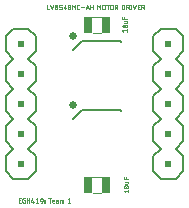
<source format=gbr>
G04 EAGLE Gerber RS-274X export*
G75*
%MOMM*%
%FSLAX34Y34*%
%LPD*%
%INSilkscreen Top*%
%IPPOS*%
%AMOC8*
5,1,8,0,0,1.08239X$1,22.5*%
G01*
%ADD10C,0.025400*%
%ADD11C,0.101600*%
%ADD12R,0.750100X1.450100*%
%ADD13C,0.203200*%
%ADD14R,0.508000X0.508000*%
%ADD15C,0.127000*%
%ADD16C,0.660400*%


D10*
X92820Y155127D02*
X91127Y155127D01*
X91127Y158937D01*
X92820Y158937D01*
X92397Y157244D02*
X91127Y157244D01*
X95772Y157244D02*
X96407Y157244D01*
X96407Y155127D01*
X95137Y155127D01*
X95082Y155129D01*
X95026Y155134D01*
X94972Y155143D01*
X94918Y155156D01*
X94865Y155172D01*
X94813Y155191D01*
X94762Y155214D01*
X94714Y155240D01*
X94666Y155270D01*
X94621Y155302D01*
X94579Y155337D01*
X94538Y155375D01*
X94500Y155416D01*
X94465Y155458D01*
X94433Y155503D01*
X94403Y155551D01*
X94377Y155599D01*
X94354Y155650D01*
X94335Y155702D01*
X94319Y155755D01*
X94306Y155809D01*
X94297Y155863D01*
X94292Y155919D01*
X94290Y155974D01*
X94290Y158090D01*
X94292Y158148D01*
X94298Y158205D01*
X94308Y158262D01*
X94321Y158319D01*
X94339Y158374D01*
X94360Y158427D01*
X94385Y158480D01*
X94413Y158530D01*
X94445Y158578D01*
X94480Y158625D01*
X94518Y158668D01*
X94559Y158709D01*
X94602Y158747D01*
X94649Y158782D01*
X94697Y158814D01*
X94747Y158842D01*
X94800Y158867D01*
X94853Y158888D01*
X94908Y158906D01*
X94965Y158919D01*
X95022Y158929D01*
X95079Y158935D01*
X95137Y158937D01*
X96407Y158937D01*
X98192Y158937D02*
X98192Y155127D01*
X98192Y157244D02*
X100309Y157244D01*
X100309Y158937D02*
X100309Y155127D01*
X101971Y155974D02*
X102818Y158937D01*
X101971Y155974D02*
X104088Y155974D01*
X103453Y156820D02*
X103453Y155127D01*
X105629Y158090D02*
X106687Y158937D01*
X106687Y155127D01*
X105629Y155127D02*
X107746Y155127D01*
X110133Y156820D02*
X111403Y156820D01*
X110133Y156820D02*
X110078Y156822D01*
X110022Y156827D01*
X109968Y156836D01*
X109914Y156849D01*
X109861Y156865D01*
X109809Y156884D01*
X109758Y156907D01*
X109710Y156933D01*
X109662Y156963D01*
X109617Y156995D01*
X109575Y157030D01*
X109534Y157068D01*
X109496Y157109D01*
X109461Y157151D01*
X109429Y157196D01*
X109399Y157244D01*
X109373Y157292D01*
X109350Y157343D01*
X109331Y157395D01*
X109315Y157448D01*
X109302Y157502D01*
X109293Y157556D01*
X109288Y157612D01*
X109286Y157667D01*
X109287Y157667D02*
X109287Y157879D01*
X109289Y157943D01*
X109295Y158007D01*
X109304Y158070D01*
X109318Y158132D01*
X109335Y158194D01*
X109356Y158254D01*
X109380Y158313D01*
X109408Y158371D01*
X109440Y158426D01*
X109474Y158480D01*
X109512Y158531D01*
X109553Y158581D01*
X109597Y158627D01*
X109643Y158671D01*
X109693Y158712D01*
X109744Y158750D01*
X109798Y158784D01*
X109853Y158816D01*
X109911Y158844D01*
X109970Y158868D01*
X110030Y158889D01*
X110092Y158906D01*
X110154Y158920D01*
X110217Y158929D01*
X110281Y158935D01*
X110345Y158937D01*
X110409Y158935D01*
X110473Y158929D01*
X110536Y158920D01*
X110598Y158906D01*
X110660Y158889D01*
X110720Y158868D01*
X110779Y158844D01*
X110837Y158816D01*
X110892Y158784D01*
X110946Y158750D01*
X110997Y158712D01*
X111047Y158671D01*
X111093Y158627D01*
X111137Y158581D01*
X111178Y158531D01*
X111216Y158480D01*
X111250Y158426D01*
X111282Y158371D01*
X111310Y158313D01*
X111334Y158254D01*
X111355Y158194D01*
X111372Y158132D01*
X111386Y158070D01*
X111395Y158007D01*
X111401Y157943D01*
X111403Y157879D01*
X111403Y156820D01*
X111401Y156739D01*
X111395Y156659D01*
X111386Y156579D01*
X111372Y156500D01*
X111355Y156421D01*
X111334Y156343D01*
X111310Y156266D01*
X111282Y156191D01*
X111250Y156117D01*
X111215Y156044D01*
X111176Y155974D01*
X111134Y155905D01*
X111089Y155838D01*
X111041Y155773D01*
X110989Y155711D01*
X110935Y155652D01*
X110878Y155595D01*
X110819Y155541D01*
X110757Y155489D01*
X110692Y155441D01*
X110625Y155396D01*
X110557Y155354D01*
X110486Y155315D01*
X110413Y155280D01*
X110339Y155248D01*
X110264Y155220D01*
X110187Y155196D01*
X110109Y155175D01*
X110030Y155158D01*
X109951Y155144D01*
X109871Y155135D01*
X109791Y155129D01*
X109710Y155127D01*
X112921Y155445D02*
X112921Y155656D01*
X113133Y155656D01*
X113133Y155445D01*
X112921Y155445D01*
X112921Y157138D02*
X112921Y157350D01*
X113133Y157350D01*
X113133Y157138D01*
X112921Y157138D01*
X117416Y158937D02*
X117416Y155127D01*
X116358Y158937D02*
X118474Y158937D01*
X120374Y155127D02*
X121433Y155127D01*
X120374Y155127D02*
X120327Y155129D01*
X120279Y155134D01*
X120233Y155143D01*
X120187Y155155D01*
X120142Y155171D01*
X120098Y155190D01*
X120057Y155212D01*
X120016Y155237D01*
X119978Y155266D01*
X119942Y155297D01*
X119909Y155330D01*
X119878Y155366D01*
X119849Y155404D01*
X119824Y155445D01*
X119802Y155486D01*
X119783Y155530D01*
X119767Y155575D01*
X119755Y155621D01*
X119746Y155667D01*
X119741Y155715D01*
X119739Y155762D01*
X119739Y156820D01*
X119741Y156877D01*
X119747Y156933D01*
X119756Y156989D01*
X119769Y157044D01*
X119786Y157098D01*
X119806Y157151D01*
X119830Y157202D01*
X119857Y157252D01*
X119888Y157299D01*
X119921Y157345D01*
X119958Y157388D01*
X119997Y157429D01*
X120039Y157467D01*
X120084Y157502D01*
X120130Y157534D01*
X120179Y157563D01*
X120229Y157588D01*
X120282Y157610D01*
X120335Y157629D01*
X120390Y157644D01*
X120445Y157655D01*
X120501Y157663D01*
X120558Y157667D01*
X120614Y157667D01*
X120671Y157663D01*
X120727Y157655D01*
X120782Y157644D01*
X120837Y157629D01*
X120890Y157610D01*
X120943Y157588D01*
X120993Y157563D01*
X121042Y157534D01*
X121088Y157502D01*
X121133Y157467D01*
X121175Y157429D01*
X121214Y157388D01*
X121251Y157345D01*
X121284Y157299D01*
X121315Y157252D01*
X121342Y157202D01*
X121366Y157151D01*
X121386Y157098D01*
X121403Y157044D01*
X121416Y156989D01*
X121425Y156933D01*
X121431Y156877D01*
X121433Y156820D01*
X121433Y156397D01*
X119739Y156397D01*
X123633Y156609D02*
X124586Y156609D01*
X123633Y156609D02*
X123580Y156607D01*
X123528Y156601D01*
X123475Y156592D01*
X123424Y156579D01*
X123374Y156562D01*
X123325Y156542D01*
X123278Y156518D01*
X123232Y156491D01*
X123189Y156461D01*
X123148Y156428D01*
X123109Y156392D01*
X123073Y156353D01*
X123040Y156312D01*
X123010Y156269D01*
X122983Y156223D01*
X122959Y156176D01*
X122939Y156127D01*
X122922Y156077D01*
X122909Y156026D01*
X122900Y155973D01*
X122894Y155921D01*
X122892Y155868D01*
X122894Y155815D01*
X122900Y155763D01*
X122909Y155710D01*
X122922Y155659D01*
X122939Y155609D01*
X122959Y155560D01*
X122983Y155513D01*
X123010Y155467D01*
X123040Y155424D01*
X123073Y155383D01*
X123109Y155344D01*
X123148Y155308D01*
X123189Y155275D01*
X123232Y155245D01*
X123278Y155218D01*
X123325Y155194D01*
X123374Y155174D01*
X123424Y155157D01*
X123475Y155144D01*
X123528Y155135D01*
X123580Y155129D01*
X123633Y155127D01*
X124586Y155127D01*
X124586Y157032D01*
X124584Y157079D01*
X124579Y157127D01*
X124570Y157173D01*
X124558Y157219D01*
X124542Y157264D01*
X124523Y157308D01*
X124501Y157350D01*
X124476Y157390D01*
X124447Y157428D01*
X124416Y157464D01*
X124383Y157497D01*
X124347Y157528D01*
X124309Y157557D01*
X124269Y157582D01*
X124227Y157604D01*
X124183Y157623D01*
X124138Y157639D01*
X124092Y157651D01*
X124046Y157660D01*
X123998Y157665D01*
X123951Y157667D01*
X123104Y157667D01*
X126387Y157667D02*
X126387Y155127D01*
X126387Y157667D02*
X128292Y157667D01*
X128339Y157665D01*
X128387Y157660D01*
X128433Y157651D01*
X128479Y157639D01*
X128524Y157623D01*
X128568Y157604D01*
X128610Y157582D01*
X128650Y157557D01*
X128688Y157528D01*
X128724Y157497D01*
X128757Y157464D01*
X128788Y157428D01*
X128817Y157390D01*
X128842Y157350D01*
X128864Y157308D01*
X128883Y157264D01*
X128899Y157219D01*
X128911Y157173D01*
X128920Y157127D01*
X128925Y157079D01*
X128927Y157032D01*
X128927Y155127D01*
X127657Y155127D02*
X127657Y157667D01*
X132573Y158090D02*
X133631Y158937D01*
X133631Y155127D01*
X132573Y155127D02*
X134690Y155127D01*
X115127Y319127D02*
X115127Y322937D01*
X115127Y319127D02*
X116820Y319127D01*
X119227Y319127D02*
X117957Y322937D01*
X120497Y322937D02*
X119227Y319127D01*
X121826Y320185D02*
X121828Y320249D01*
X121834Y320313D01*
X121843Y320376D01*
X121857Y320438D01*
X121874Y320500D01*
X121895Y320560D01*
X121919Y320619D01*
X121947Y320677D01*
X121979Y320732D01*
X122013Y320786D01*
X122051Y320837D01*
X122092Y320887D01*
X122136Y320933D01*
X122182Y320977D01*
X122232Y321018D01*
X122283Y321056D01*
X122337Y321090D01*
X122392Y321122D01*
X122450Y321150D01*
X122509Y321174D01*
X122569Y321195D01*
X122631Y321212D01*
X122693Y321226D01*
X122756Y321235D01*
X122820Y321241D01*
X122884Y321243D01*
X122948Y321241D01*
X123012Y321235D01*
X123075Y321226D01*
X123137Y321212D01*
X123199Y321195D01*
X123259Y321174D01*
X123318Y321150D01*
X123376Y321122D01*
X123431Y321090D01*
X123485Y321056D01*
X123536Y321018D01*
X123586Y320977D01*
X123632Y320933D01*
X123676Y320887D01*
X123717Y320837D01*
X123755Y320786D01*
X123789Y320732D01*
X123821Y320677D01*
X123849Y320619D01*
X123873Y320560D01*
X123894Y320500D01*
X123911Y320438D01*
X123925Y320376D01*
X123934Y320313D01*
X123940Y320249D01*
X123942Y320185D01*
X123940Y320121D01*
X123934Y320057D01*
X123925Y319994D01*
X123911Y319932D01*
X123894Y319870D01*
X123873Y319810D01*
X123849Y319751D01*
X123821Y319693D01*
X123789Y319638D01*
X123755Y319584D01*
X123717Y319533D01*
X123676Y319483D01*
X123632Y319437D01*
X123586Y319393D01*
X123536Y319352D01*
X123485Y319314D01*
X123431Y319280D01*
X123376Y319248D01*
X123318Y319220D01*
X123259Y319196D01*
X123199Y319175D01*
X123137Y319158D01*
X123075Y319144D01*
X123012Y319135D01*
X122948Y319129D01*
X122884Y319127D01*
X122820Y319129D01*
X122756Y319135D01*
X122693Y319144D01*
X122631Y319158D01*
X122569Y319175D01*
X122509Y319196D01*
X122450Y319220D01*
X122392Y319248D01*
X122337Y319280D01*
X122283Y319314D01*
X122232Y319352D01*
X122182Y319393D01*
X122136Y319437D01*
X122092Y319483D01*
X122051Y319533D01*
X122013Y319584D01*
X121979Y319638D01*
X121947Y319693D01*
X121919Y319751D01*
X121895Y319810D01*
X121874Y319870D01*
X121857Y319932D01*
X121843Y319994D01*
X121834Y320057D01*
X121828Y320121D01*
X121826Y320185D01*
X122037Y322090D02*
X122039Y322147D01*
X122045Y322203D01*
X122054Y322259D01*
X122067Y322314D01*
X122084Y322368D01*
X122104Y322421D01*
X122128Y322472D01*
X122155Y322522D01*
X122186Y322569D01*
X122219Y322615D01*
X122256Y322658D01*
X122295Y322699D01*
X122337Y322737D01*
X122382Y322772D01*
X122428Y322804D01*
X122477Y322833D01*
X122527Y322858D01*
X122580Y322880D01*
X122633Y322899D01*
X122688Y322914D01*
X122743Y322925D01*
X122799Y322933D01*
X122856Y322937D01*
X122912Y322937D01*
X122969Y322933D01*
X123025Y322925D01*
X123080Y322914D01*
X123135Y322899D01*
X123188Y322880D01*
X123241Y322858D01*
X123291Y322833D01*
X123340Y322804D01*
X123386Y322772D01*
X123431Y322737D01*
X123473Y322699D01*
X123512Y322658D01*
X123549Y322615D01*
X123582Y322569D01*
X123613Y322522D01*
X123640Y322472D01*
X123664Y322421D01*
X123684Y322368D01*
X123701Y322314D01*
X123714Y322259D01*
X123723Y322203D01*
X123729Y322147D01*
X123731Y322090D01*
X123729Y322033D01*
X123723Y321977D01*
X123714Y321921D01*
X123701Y321866D01*
X123684Y321812D01*
X123664Y321759D01*
X123640Y321708D01*
X123613Y321658D01*
X123582Y321611D01*
X123549Y321565D01*
X123512Y321522D01*
X123473Y321481D01*
X123431Y321443D01*
X123386Y321408D01*
X123340Y321376D01*
X123291Y321347D01*
X123241Y321322D01*
X123188Y321300D01*
X123135Y321281D01*
X123080Y321266D01*
X123025Y321255D01*
X122969Y321247D01*
X122912Y321243D01*
X122856Y321243D01*
X122799Y321247D01*
X122743Y321255D01*
X122688Y321266D01*
X122633Y321281D01*
X122580Y321300D01*
X122527Y321322D01*
X122477Y321347D01*
X122428Y321376D01*
X122382Y321408D01*
X122337Y321443D01*
X122295Y321481D01*
X122256Y321522D01*
X122219Y321565D01*
X122186Y321611D01*
X122155Y321658D01*
X122128Y321708D01*
X122104Y321759D01*
X122084Y321812D01*
X122067Y321866D01*
X122054Y321921D01*
X122045Y321977D01*
X122039Y322033D01*
X122037Y322090D01*
X125484Y319127D02*
X126754Y319127D01*
X126809Y319129D01*
X126865Y319134D01*
X126919Y319143D01*
X126973Y319156D01*
X127026Y319172D01*
X127078Y319191D01*
X127129Y319214D01*
X127178Y319240D01*
X127225Y319270D01*
X127270Y319302D01*
X127312Y319337D01*
X127353Y319375D01*
X127391Y319416D01*
X127426Y319458D01*
X127458Y319503D01*
X127488Y319551D01*
X127514Y319599D01*
X127537Y319650D01*
X127556Y319702D01*
X127572Y319755D01*
X127585Y319809D01*
X127594Y319863D01*
X127599Y319919D01*
X127601Y319974D01*
X127600Y319974D02*
X127600Y320397D01*
X127601Y320397D02*
X127599Y320452D01*
X127594Y320508D01*
X127585Y320562D01*
X127572Y320616D01*
X127556Y320669D01*
X127537Y320721D01*
X127514Y320772D01*
X127488Y320821D01*
X127458Y320868D01*
X127426Y320913D01*
X127391Y320955D01*
X127353Y320996D01*
X127312Y321034D01*
X127270Y321069D01*
X127225Y321101D01*
X127178Y321131D01*
X127129Y321157D01*
X127078Y321180D01*
X127026Y321199D01*
X126973Y321215D01*
X126919Y321228D01*
X126865Y321237D01*
X126809Y321242D01*
X126754Y321244D01*
X125484Y321244D01*
X125484Y322937D01*
X127600Y322937D01*
X129988Y322937D02*
X129141Y319974D01*
X131258Y319974D01*
X130623Y320820D02*
X130623Y319127D01*
X132799Y320185D02*
X132801Y320249D01*
X132807Y320313D01*
X132816Y320376D01*
X132830Y320438D01*
X132847Y320500D01*
X132868Y320560D01*
X132892Y320619D01*
X132920Y320677D01*
X132952Y320732D01*
X132986Y320786D01*
X133024Y320837D01*
X133065Y320887D01*
X133109Y320933D01*
X133155Y320977D01*
X133205Y321018D01*
X133256Y321056D01*
X133310Y321090D01*
X133365Y321122D01*
X133423Y321150D01*
X133482Y321174D01*
X133542Y321195D01*
X133604Y321212D01*
X133666Y321226D01*
X133729Y321235D01*
X133793Y321241D01*
X133857Y321243D01*
X133921Y321241D01*
X133985Y321235D01*
X134048Y321226D01*
X134110Y321212D01*
X134172Y321195D01*
X134232Y321174D01*
X134291Y321150D01*
X134349Y321122D01*
X134404Y321090D01*
X134458Y321056D01*
X134509Y321018D01*
X134559Y320977D01*
X134605Y320933D01*
X134649Y320887D01*
X134690Y320837D01*
X134728Y320786D01*
X134762Y320732D01*
X134794Y320677D01*
X134822Y320619D01*
X134846Y320560D01*
X134867Y320500D01*
X134884Y320438D01*
X134898Y320376D01*
X134907Y320313D01*
X134913Y320249D01*
X134915Y320185D01*
X134913Y320121D01*
X134907Y320057D01*
X134898Y319994D01*
X134884Y319932D01*
X134867Y319870D01*
X134846Y319810D01*
X134822Y319751D01*
X134794Y319693D01*
X134762Y319638D01*
X134728Y319584D01*
X134690Y319533D01*
X134649Y319483D01*
X134605Y319437D01*
X134559Y319393D01*
X134509Y319352D01*
X134458Y319314D01*
X134404Y319280D01*
X134349Y319248D01*
X134291Y319220D01*
X134232Y319196D01*
X134172Y319175D01*
X134110Y319158D01*
X134048Y319144D01*
X133985Y319135D01*
X133921Y319129D01*
X133857Y319127D01*
X133793Y319129D01*
X133729Y319135D01*
X133666Y319144D01*
X133604Y319158D01*
X133542Y319175D01*
X133482Y319196D01*
X133423Y319220D01*
X133365Y319248D01*
X133310Y319280D01*
X133256Y319314D01*
X133205Y319352D01*
X133155Y319393D01*
X133109Y319437D01*
X133065Y319483D01*
X133024Y319533D01*
X132986Y319584D01*
X132952Y319638D01*
X132920Y319693D01*
X132892Y319751D01*
X132868Y319810D01*
X132847Y319870D01*
X132830Y319932D01*
X132816Y319994D01*
X132807Y320057D01*
X132801Y320121D01*
X132799Y320185D01*
X133010Y322090D02*
X133012Y322147D01*
X133018Y322203D01*
X133027Y322259D01*
X133040Y322314D01*
X133057Y322368D01*
X133077Y322421D01*
X133101Y322472D01*
X133128Y322522D01*
X133159Y322569D01*
X133192Y322615D01*
X133229Y322658D01*
X133268Y322699D01*
X133310Y322737D01*
X133355Y322772D01*
X133401Y322804D01*
X133450Y322833D01*
X133500Y322858D01*
X133553Y322880D01*
X133606Y322899D01*
X133661Y322914D01*
X133716Y322925D01*
X133772Y322933D01*
X133829Y322937D01*
X133885Y322937D01*
X133942Y322933D01*
X133998Y322925D01*
X134053Y322914D01*
X134108Y322899D01*
X134161Y322880D01*
X134214Y322858D01*
X134264Y322833D01*
X134313Y322804D01*
X134359Y322772D01*
X134404Y322737D01*
X134446Y322699D01*
X134485Y322658D01*
X134522Y322615D01*
X134555Y322569D01*
X134586Y322522D01*
X134613Y322472D01*
X134637Y322421D01*
X134657Y322368D01*
X134674Y322314D01*
X134687Y322259D01*
X134696Y322203D01*
X134702Y322147D01*
X134704Y322090D01*
X134702Y322033D01*
X134696Y321977D01*
X134687Y321921D01*
X134674Y321866D01*
X134657Y321812D01*
X134637Y321759D01*
X134613Y321708D01*
X134586Y321658D01*
X134555Y321611D01*
X134522Y321565D01*
X134485Y321522D01*
X134446Y321481D01*
X134404Y321443D01*
X134359Y321408D01*
X134313Y321376D01*
X134264Y321347D01*
X134214Y321322D01*
X134161Y321300D01*
X134108Y321281D01*
X134053Y321266D01*
X133998Y321255D01*
X133942Y321247D01*
X133885Y321243D01*
X133829Y321243D01*
X133772Y321247D01*
X133716Y321255D01*
X133661Y321266D01*
X133606Y321281D01*
X133553Y321300D01*
X133500Y321322D01*
X133450Y321347D01*
X133401Y321376D01*
X133355Y321408D01*
X133310Y321443D01*
X133268Y321481D01*
X133229Y321522D01*
X133192Y321565D01*
X133159Y321611D01*
X133128Y321658D01*
X133101Y321708D01*
X133077Y321759D01*
X133057Y321812D01*
X133040Y321866D01*
X133027Y321921D01*
X133018Y321977D01*
X133012Y322033D01*
X133010Y322090D01*
X136611Y322937D02*
X136611Y319127D01*
X137881Y320820D02*
X136611Y322937D01*
X137881Y320820D02*
X139151Y322937D01*
X139151Y319127D01*
X141683Y319127D02*
X142529Y319127D01*
X141683Y319127D02*
X141628Y319129D01*
X141572Y319134D01*
X141518Y319143D01*
X141464Y319156D01*
X141411Y319172D01*
X141359Y319191D01*
X141308Y319214D01*
X141260Y319240D01*
X141212Y319270D01*
X141167Y319302D01*
X141125Y319337D01*
X141084Y319375D01*
X141046Y319416D01*
X141011Y319458D01*
X140979Y319503D01*
X140949Y319551D01*
X140923Y319599D01*
X140900Y319650D01*
X140881Y319702D01*
X140865Y319755D01*
X140852Y319809D01*
X140843Y319863D01*
X140838Y319919D01*
X140836Y319974D01*
X140836Y322090D01*
X140838Y322148D01*
X140844Y322205D01*
X140854Y322262D01*
X140867Y322319D01*
X140885Y322374D01*
X140906Y322427D01*
X140931Y322480D01*
X140959Y322530D01*
X140991Y322578D01*
X141026Y322625D01*
X141064Y322668D01*
X141105Y322709D01*
X141148Y322747D01*
X141195Y322782D01*
X141243Y322814D01*
X141293Y322842D01*
X141346Y322867D01*
X141399Y322888D01*
X141454Y322906D01*
X141511Y322919D01*
X141568Y322929D01*
X141625Y322935D01*
X141683Y322937D01*
X142529Y322937D01*
X143926Y320609D02*
X146466Y320609D01*
X147827Y319127D02*
X149097Y322937D01*
X150367Y319127D01*
X150050Y320080D02*
X148145Y320080D01*
X151818Y319127D02*
X151818Y322937D01*
X151818Y321244D02*
X153935Y321244D01*
X153935Y322937D02*
X153935Y319127D01*
X157703Y319127D02*
X157703Y322937D01*
X158973Y320820D01*
X160243Y322937D01*
X160243Y319127D01*
X161938Y320185D02*
X161938Y321879D01*
X161940Y321943D01*
X161946Y322007D01*
X161955Y322070D01*
X161969Y322132D01*
X161986Y322194D01*
X162007Y322254D01*
X162031Y322313D01*
X162059Y322371D01*
X162091Y322426D01*
X162125Y322480D01*
X162163Y322531D01*
X162204Y322581D01*
X162248Y322627D01*
X162294Y322671D01*
X162344Y322712D01*
X162395Y322750D01*
X162449Y322784D01*
X162504Y322816D01*
X162562Y322844D01*
X162621Y322868D01*
X162681Y322889D01*
X162743Y322906D01*
X162805Y322920D01*
X162868Y322929D01*
X162932Y322935D01*
X162996Y322937D01*
X163060Y322935D01*
X163124Y322929D01*
X163187Y322920D01*
X163249Y322906D01*
X163311Y322889D01*
X163371Y322868D01*
X163430Y322844D01*
X163488Y322816D01*
X163543Y322784D01*
X163597Y322750D01*
X163648Y322712D01*
X163698Y322671D01*
X163744Y322627D01*
X163788Y322581D01*
X163829Y322531D01*
X163867Y322480D01*
X163901Y322426D01*
X163933Y322371D01*
X163961Y322313D01*
X163985Y322254D01*
X164006Y322194D01*
X164023Y322132D01*
X164037Y322070D01*
X164046Y322007D01*
X164052Y321943D01*
X164054Y321879D01*
X164054Y320185D01*
X164052Y320121D01*
X164046Y320057D01*
X164037Y319994D01*
X164023Y319932D01*
X164006Y319870D01*
X163985Y319810D01*
X163961Y319751D01*
X163933Y319693D01*
X163901Y319638D01*
X163867Y319584D01*
X163829Y319533D01*
X163788Y319483D01*
X163744Y319437D01*
X163698Y319393D01*
X163648Y319352D01*
X163597Y319314D01*
X163543Y319280D01*
X163488Y319248D01*
X163430Y319220D01*
X163371Y319196D01*
X163311Y319175D01*
X163249Y319158D01*
X163187Y319144D01*
X163124Y319135D01*
X163060Y319129D01*
X162996Y319127D01*
X162932Y319129D01*
X162868Y319135D01*
X162805Y319144D01*
X162743Y319158D01*
X162681Y319175D01*
X162621Y319196D01*
X162562Y319220D01*
X162504Y319248D01*
X162449Y319280D01*
X162395Y319314D01*
X162344Y319352D01*
X162294Y319393D01*
X162248Y319437D01*
X162204Y319483D01*
X162163Y319533D01*
X162125Y319584D01*
X162091Y319638D01*
X162059Y319693D01*
X162031Y319751D01*
X162007Y319810D01*
X161986Y319870D01*
X161969Y319932D01*
X161955Y319994D01*
X161946Y320057D01*
X161940Y320121D01*
X161938Y320185D01*
X166410Y319127D02*
X166410Y322937D01*
X167468Y322937D02*
X165351Y322937D01*
X168765Y321879D02*
X168765Y320185D01*
X168765Y321879D02*
X168767Y321943D01*
X168773Y322007D01*
X168782Y322070D01*
X168796Y322132D01*
X168813Y322194D01*
X168834Y322254D01*
X168858Y322313D01*
X168886Y322371D01*
X168918Y322426D01*
X168952Y322480D01*
X168990Y322531D01*
X169031Y322581D01*
X169075Y322627D01*
X169121Y322671D01*
X169171Y322712D01*
X169222Y322750D01*
X169276Y322784D01*
X169331Y322816D01*
X169389Y322844D01*
X169448Y322868D01*
X169508Y322889D01*
X169570Y322906D01*
X169632Y322920D01*
X169695Y322929D01*
X169759Y322935D01*
X169823Y322937D01*
X169887Y322935D01*
X169951Y322929D01*
X170014Y322920D01*
X170076Y322906D01*
X170138Y322889D01*
X170198Y322868D01*
X170257Y322844D01*
X170315Y322816D01*
X170370Y322784D01*
X170424Y322750D01*
X170475Y322712D01*
X170525Y322671D01*
X170571Y322627D01*
X170615Y322581D01*
X170656Y322531D01*
X170694Y322480D01*
X170728Y322426D01*
X170760Y322371D01*
X170788Y322313D01*
X170812Y322254D01*
X170833Y322194D01*
X170850Y322132D01*
X170864Y322070D01*
X170873Y322007D01*
X170879Y321943D01*
X170881Y321879D01*
X170882Y321879D02*
X170882Y320185D01*
X170881Y320185D02*
X170879Y320121D01*
X170873Y320057D01*
X170864Y319994D01*
X170850Y319932D01*
X170833Y319870D01*
X170812Y319810D01*
X170788Y319751D01*
X170760Y319693D01*
X170728Y319638D01*
X170694Y319584D01*
X170656Y319533D01*
X170615Y319483D01*
X170571Y319437D01*
X170525Y319393D01*
X170475Y319352D01*
X170424Y319314D01*
X170370Y319280D01*
X170315Y319248D01*
X170257Y319220D01*
X170198Y319196D01*
X170138Y319175D01*
X170076Y319158D01*
X170014Y319144D01*
X169951Y319135D01*
X169887Y319129D01*
X169823Y319127D01*
X169759Y319129D01*
X169695Y319135D01*
X169632Y319144D01*
X169570Y319158D01*
X169508Y319175D01*
X169448Y319196D01*
X169389Y319220D01*
X169331Y319248D01*
X169276Y319280D01*
X169222Y319314D01*
X169171Y319352D01*
X169121Y319393D01*
X169075Y319437D01*
X169031Y319483D01*
X168990Y319533D01*
X168952Y319584D01*
X168918Y319638D01*
X168886Y319693D01*
X168858Y319751D01*
X168834Y319810D01*
X168813Y319870D01*
X168796Y319932D01*
X168782Y319994D01*
X168773Y320057D01*
X168767Y320121D01*
X168765Y320185D01*
X172566Y319127D02*
X172566Y322937D01*
X173624Y322937D01*
X173688Y322935D01*
X173752Y322929D01*
X173815Y322920D01*
X173877Y322906D01*
X173939Y322889D01*
X173999Y322868D01*
X174058Y322844D01*
X174116Y322816D01*
X174171Y322784D01*
X174225Y322750D01*
X174276Y322712D01*
X174326Y322671D01*
X174372Y322627D01*
X174416Y322581D01*
X174457Y322531D01*
X174495Y322480D01*
X174529Y322426D01*
X174561Y322371D01*
X174589Y322313D01*
X174613Y322254D01*
X174634Y322194D01*
X174651Y322132D01*
X174665Y322070D01*
X174674Y322007D01*
X174680Y321943D01*
X174682Y321879D01*
X174680Y321815D01*
X174674Y321751D01*
X174665Y321688D01*
X174651Y321626D01*
X174634Y321564D01*
X174613Y321504D01*
X174589Y321445D01*
X174561Y321387D01*
X174529Y321332D01*
X174495Y321278D01*
X174457Y321227D01*
X174416Y321177D01*
X174372Y321131D01*
X174326Y321087D01*
X174276Y321046D01*
X174225Y321008D01*
X174171Y320974D01*
X174116Y320942D01*
X174058Y320914D01*
X173999Y320890D01*
X173939Y320869D01*
X173877Y320852D01*
X173815Y320838D01*
X173752Y320829D01*
X173688Y320823D01*
X173624Y320821D01*
X173624Y320820D02*
X172566Y320820D01*
X173836Y320820D02*
X174682Y319127D01*
X178275Y319127D02*
X178275Y322937D01*
X179333Y322937D01*
X179397Y322935D01*
X179461Y322929D01*
X179524Y322920D01*
X179586Y322906D01*
X179648Y322889D01*
X179708Y322868D01*
X179767Y322844D01*
X179825Y322816D01*
X179880Y322784D01*
X179934Y322750D01*
X179985Y322712D01*
X180035Y322671D01*
X180081Y322627D01*
X180125Y322581D01*
X180166Y322531D01*
X180204Y322480D01*
X180238Y322426D01*
X180270Y322371D01*
X180298Y322313D01*
X180322Y322254D01*
X180343Y322194D01*
X180360Y322132D01*
X180374Y322070D01*
X180383Y322007D01*
X180389Y321943D01*
X180391Y321879D01*
X180391Y320185D01*
X180389Y320121D01*
X180383Y320057D01*
X180374Y319994D01*
X180360Y319932D01*
X180343Y319870D01*
X180322Y319810D01*
X180298Y319751D01*
X180270Y319693D01*
X180238Y319638D01*
X180204Y319584D01*
X180166Y319533D01*
X180125Y319483D01*
X180081Y319437D01*
X180035Y319393D01*
X179985Y319352D01*
X179934Y319314D01*
X179880Y319280D01*
X179825Y319248D01*
X179767Y319220D01*
X179708Y319196D01*
X179648Y319175D01*
X179586Y319158D01*
X179524Y319144D01*
X179461Y319135D01*
X179397Y319129D01*
X179333Y319127D01*
X178275Y319127D01*
X182197Y319127D02*
X182197Y322937D01*
X183256Y322937D01*
X183320Y322935D01*
X183384Y322929D01*
X183447Y322920D01*
X183509Y322906D01*
X183571Y322889D01*
X183631Y322868D01*
X183690Y322844D01*
X183748Y322816D01*
X183803Y322784D01*
X183857Y322750D01*
X183908Y322712D01*
X183958Y322671D01*
X184004Y322627D01*
X184048Y322581D01*
X184089Y322531D01*
X184127Y322480D01*
X184161Y322426D01*
X184193Y322371D01*
X184221Y322313D01*
X184245Y322254D01*
X184266Y322194D01*
X184283Y322132D01*
X184297Y322070D01*
X184306Y322007D01*
X184312Y321943D01*
X184314Y321879D01*
X184312Y321815D01*
X184306Y321751D01*
X184297Y321688D01*
X184283Y321626D01*
X184266Y321564D01*
X184245Y321504D01*
X184221Y321445D01*
X184193Y321387D01*
X184161Y321332D01*
X184127Y321278D01*
X184089Y321227D01*
X184048Y321177D01*
X184004Y321131D01*
X183958Y321087D01*
X183908Y321046D01*
X183857Y321008D01*
X183803Y320974D01*
X183748Y320942D01*
X183690Y320914D01*
X183631Y320890D01*
X183571Y320869D01*
X183509Y320852D01*
X183447Y320838D01*
X183384Y320829D01*
X183320Y320823D01*
X183256Y320821D01*
X183256Y320820D02*
X182197Y320820D01*
X183467Y320820D02*
X184314Y319127D01*
X186161Y319127D02*
X186161Y322937D01*
X185737Y319127D02*
X186584Y319127D01*
X186584Y322937D02*
X185737Y322937D01*
X187817Y322937D02*
X189087Y319127D01*
X190357Y322937D01*
X191814Y319127D02*
X193508Y319127D01*
X191814Y319127D02*
X191814Y322937D01*
X193508Y322937D01*
X193084Y321244D02*
X191814Y321244D01*
X194999Y322937D02*
X194999Y319127D01*
X194999Y322937D02*
X196057Y322937D01*
X196121Y322935D01*
X196185Y322929D01*
X196248Y322920D01*
X196310Y322906D01*
X196372Y322889D01*
X196432Y322868D01*
X196491Y322844D01*
X196549Y322816D01*
X196604Y322784D01*
X196658Y322750D01*
X196709Y322712D01*
X196759Y322671D01*
X196805Y322627D01*
X196849Y322581D01*
X196890Y322531D01*
X196928Y322480D01*
X196962Y322426D01*
X196994Y322371D01*
X197022Y322313D01*
X197046Y322254D01*
X197067Y322194D01*
X197084Y322132D01*
X197098Y322070D01*
X197107Y322007D01*
X197113Y321943D01*
X197115Y321879D01*
X197113Y321815D01*
X197107Y321751D01*
X197098Y321688D01*
X197084Y321626D01*
X197067Y321564D01*
X197046Y321504D01*
X197022Y321445D01*
X196994Y321387D01*
X196962Y321332D01*
X196928Y321278D01*
X196890Y321227D01*
X196849Y321177D01*
X196805Y321131D01*
X196759Y321087D01*
X196709Y321046D01*
X196658Y321008D01*
X196604Y320974D01*
X196549Y320942D01*
X196491Y320914D01*
X196432Y320890D01*
X196372Y320869D01*
X196310Y320852D01*
X196248Y320838D01*
X196185Y320829D01*
X196121Y320823D01*
X196057Y320821D01*
X196057Y320820D02*
X194999Y320820D01*
X196269Y320820D02*
X197115Y319127D01*
X180063Y165185D02*
X180910Y164127D01*
X180063Y165185D02*
X183873Y165185D01*
X183873Y164127D02*
X183873Y166244D01*
X181968Y167784D02*
X181858Y167786D01*
X181749Y167792D01*
X181640Y167801D01*
X181531Y167815D01*
X181423Y167832D01*
X181315Y167853D01*
X181209Y167877D01*
X181103Y167906D01*
X180998Y167938D01*
X180894Y167973D01*
X180792Y168012D01*
X180691Y168055D01*
X180592Y168102D01*
X180542Y168122D01*
X180493Y168144D01*
X180445Y168170D01*
X180400Y168199D01*
X180357Y168232D01*
X180316Y168267D01*
X180277Y168305D01*
X180242Y168345D01*
X180209Y168388D01*
X180179Y168433D01*
X180152Y168480D01*
X180129Y168528D01*
X180109Y168578D01*
X180093Y168630D01*
X180080Y168682D01*
X180070Y168735D01*
X180065Y168789D01*
X180063Y168843D01*
X180065Y168897D01*
X180070Y168951D01*
X180080Y169004D01*
X180093Y169056D01*
X180109Y169108D01*
X180129Y169158D01*
X180152Y169206D01*
X180179Y169253D01*
X180209Y169298D01*
X180242Y169341D01*
X180277Y169381D01*
X180316Y169419D01*
X180357Y169454D01*
X180400Y169487D01*
X180445Y169516D01*
X180493Y169542D01*
X180542Y169564D01*
X180592Y169584D01*
X180691Y169631D01*
X180792Y169674D01*
X180894Y169713D01*
X180998Y169748D01*
X181103Y169780D01*
X181209Y169809D01*
X181315Y169833D01*
X181423Y169854D01*
X181531Y169871D01*
X181640Y169885D01*
X181749Y169894D01*
X181858Y169900D01*
X181968Y169902D01*
X181968Y167784D02*
X182078Y167786D01*
X182187Y167792D01*
X182296Y167801D01*
X182405Y167815D01*
X182513Y167832D01*
X182621Y167853D01*
X182727Y167877D01*
X182833Y167906D01*
X182938Y167938D01*
X183042Y167973D01*
X183144Y168012D01*
X183245Y168055D01*
X183344Y168102D01*
X183394Y168122D01*
X183443Y168144D01*
X183491Y168170D01*
X183536Y168199D01*
X183579Y168232D01*
X183620Y168267D01*
X183659Y168305D01*
X183694Y168345D01*
X183727Y168388D01*
X183757Y168433D01*
X183784Y168480D01*
X183807Y168528D01*
X183827Y168579D01*
X183843Y168630D01*
X183856Y168682D01*
X183866Y168735D01*
X183871Y168789D01*
X183873Y168843D01*
X183344Y169584D02*
X183245Y169631D01*
X183144Y169674D01*
X183042Y169713D01*
X182938Y169748D01*
X182833Y169780D01*
X182727Y169809D01*
X182621Y169833D01*
X182513Y169854D01*
X182405Y169871D01*
X182296Y169885D01*
X182187Y169894D01*
X182078Y169900D01*
X181968Y169902D01*
X183344Y169584D02*
X183394Y169564D01*
X183443Y169542D01*
X183491Y169516D01*
X183536Y169487D01*
X183579Y169454D01*
X183620Y169419D01*
X183659Y169381D01*
X183694Y169341D01*
X183727Y169298D01*
X183757Y169253D01*
X183784Y169206D01*
X183807Y169158D01*
X183827Y169107D01*
X183843Y169056D01*
X183856Y169004D01*
X183866Y168951D01*
X183871Y168897D01*
X183873Y168843D01*
X183026Y167996D02*
X180910Y169690D01*
X181333Y171532D02*
X183238Y171532D01*
X183285Y171534D01*
X183333Y171539D01*
X183379Y171548D01*
X183425Y171560D01*
X183470Y171576D01*
X183514Y171595D01*
X183556Y171617D01*
X183596Y171642D01*
X183634Y171671D01*
X183670Y171702D01*
X183703Y171735D01*
X183734Y171771D01*
X183763Y171809D01*
X183788Y171850D01*
X183810Y171891D01*
X183829Y171935D01*
X183845Y171980D01*
X183857Y172026D01*
X183866Y172072D01*
X183871Y172120D01*
X183873Y172167D01*
X183873Y173225D01*
X181333Y173225D01*
X180063Y174984D02*
X183873Y174984D01*
X180063Y174984D02*
X180063Y176678D01*
X181756Y176678D02*
X181756Y174984D01*
X179910Y300127D02*
X179063Y301185D01*
X182873Y301185D01*
X182873Y300127D02*
X182873Y302244D01*
X180968Y303784D02*
X180858Y303786D01*
X180749Y303792D01*
X180640Y303801D01*
X180531Y303815D01*
X180423Y303832D01*
X180315Y303853D01*
X180209Y303877D01*
X180103Y303906D01*
X179998Y303938D01*
X179894Y303973D01*
X179792Y304012D01*
X179691Y304055D01*
X179592Y304102D01*
X179542Y304122D01*
X179493Y304144D01*
X179445Y304170D01*
X179400Y304199D01*
X179357Y304232D01*
X179316Y304267D01*
X179277Y304305D01*
X179242Y304345D01*
X179209Y304388D01*
X179179Y304433D01*
X179152Y304480D01*
X179129Y304528D01*
X179109Y304578D01*
X179093Y304630D01*
X179080Y304682D01*
X179070Y304735D01*
X179065Y304789D01*
X179063Y304843D01*
X179065Y304897D01*
X179070Y304951D01*
X179080Y305004D01*
X179093Y305056D01*
X179109Y305108D01*
X179129Y305158D01*
X179152Y305206D01*
X179179Y305253D01*
X179209Y305298D01*
X179242Y305341D01*
X179277Y305381D01*
X179316Y305419D01*
X179357Y305454D01*
X179400Y305487D01*
X179445Y305516D01*
X179493Y305542D01*
X179542Y305564D01*
X179592Y305584D01*
X179691Y305631D01*
X179792Y305674D01*
X179894Y305713D01*
X179998Y305748D01*
X180103Y305780D01*
X180209Y305809D01*
X180315Y305833D01*
X180423Y305854D01*
X180531Y305871D01*
X180640Y305885D01*
X180749Y305894D01*
X180858Y305900D01*
X180968Y305902D01*
X180968Y303784D02*
X181078Y303786D01*
X181187Y303792D01*
X181296Y303801D01*
X181405Y303815D01*
X181513Y303832D01*
X181621Y303853D01*
X181727Y303877D01*
X181833Y303906D01*
X181938Y303938D01*
X182042Y303973D01*
X182144Y304012D01*
X182245Y304055D01*
X182344Y304102D01*
X182394Y304122D01*
X182443Y304144D01*
X182491Y304170D01*
X182536Y304199D01*
X182579Y304232D01*
X182620Y304267D01*
X182659Y304305D01*
X182694Y304345D01*
X182727Y304388D01*
X182757Y304433D01*
X182784Y304480D01*
X182807Y304528D01*
X182827Y304579D01*
X182843Y304630D01*
X182856Y304682D01*
X182866Y304735D01*
X182871Y304789D01*
X182873Y304843D01*
X182344Y305584D02*
X182245Y305631D01*
X182144Y305674D01*
X182042Y305713D01*
X181938Y305748D01*
X181833Y305780D01*
X181727Y305809D01*
X181621Y305833D01*
X181513Y305854D01*
X181405Y305871D01*
X181296Y305885D01*
X181187Y305894D01*
X181078Y305900D01*
X180968Y305902D01*
X182344Y305584D02*
X182394Y305564D01*
X182443Y305542D01*
X182491Y305516D01*
X182536Y305487D01*
X182579Y305454D01*
X182620Y305419D01*
X182659Y305381D01*
X182694Y305341D01*
X182727Y305298D01*
X182757Y305253D01*
X182784Y305206D01*
X182807Y305158D01*
X182827Y305107D01*
X182843Y305056D01*
X182856Y305004D01*
X182866Y304951D01*
X182871Y304897D01*
X182873Y304843D01*
X182026Y303996D02*
X179910Y305690D01*
X180333Y307532D02*
X182238Y307532D01*
X182285Y307534D01*
X182333Y307539D01*
X182379Y307548D01*
X182425Y307560D01*
X182470Y307576D01*
X182514Y307595D01*
X182556Y307617D01*
X182596Y307642D01*
X182634Y307671D01*
X182670Y307702D01*
X182703Y307735D01*
X182734Y307771D01*
X182763Y307809D01*
X182788Y307850D01*
X182810Y307891D01*
X182829Y307935D01*
X182845Y307980D01*
X182857Y308026D01*
X182866Y308072D01*
X182871Y308120D01*
X182873Y308167D01*
X182873Y309225D01*
X180333Y309225D01*
X179063Y310984D02*
X182873Y310984D01*
X179063Y310984D02*
X179063Y312678D01*
X180756Y312678D02*
X180756Y310984D01*
D11*
X161210Y312100D02*
X153590Y312100D01*
X153840Y298900D02*
X161210Y298900D01*
D12*
X150229Y305512D03*
X164707Y305512D03*
D11*
X161210Y176700D02*
X153590Y176700D01*
X153840Y163500D02*
X161210Y163500D01*
D12*
X150229Y170112D03*
X164707Y170112D03*
D13*
X80200Y258050D02*
X80200Y270750D01*
X86550Y277100D01*
X99250Y277100D02*
X105600Y270750D01*
X86550Y277100D02*
X80200Y283450D01*
X80200Y296150D01*
X86550Y302500D01*
X99250Y302500D02*
X105600Y296150D01*
X105600Y283450D01*
X99250Y277100D01*
X80200Y232650D02*
X86550Y226300D01*
X80200Y232650D02*
X80200Y245350D01*
X86550Y251700D01*
X99250Y251700D02*
X105600Y245350D01*
X105600Y232650D01*
X99250Y226300D01*
X86550Y251700D02*
X80200Y258050D01*
X99250Y251700D02*
X105600Y258050D01*
X105600Y270750D01*
X80200Y194550D02*
X80200Y181850D01*
X80200Y194550D02*
X86550Y200900D01*
X99250Y200900D02*
X105600Y194550D01*
X86550Y200900D02*
X80200Y207250D01*
X80200Y219950D01*
X86550Y226300D01*
X99250Y226300D02*
X105600Y219950D01*
X105600Y207250D01*
X99250Y200900D01*
X99250Y175500D02*
X86550Y175500D01*
X80200Y181850D01*
X99250Y175500D02*
X105600Y181850D01*
X105600Y194550D01*
X99250Y302500D02*
X86550Y302500D01*
D14*
X92900Y289800D03*
X92900Y264400D03*
X92900Y239000D03*
X92900Y213600D03*
X92900Y188200D03*
D13*
X205200Y258050D02*
X205200Y270750D01*
X211550Y277100D01*
X224250Y277100D02*
X230600Y270750D01*
X211550Y277100D02*
X205200Y283450D01*
X205200Y296150D01*
X211550Y302500D01*
X224250Y302500D02*
X230600Y296150D01*
X230600Y283450D01*
X224250Y277100D01*
X205200Y232650D02*
X211550Y226300D01*
X205200Y232650D02*
X205200Y245350D01*
X211550Y251700D01*
X224250Y251700D02*
X230600Y245350D01*
X230600Y232650D01*
X224250Y226300D01*
X211550Y251700D02*
X205200Y258050D01*
X224250Y251700D02*
X230600Y258050D01*
X230600Y270750D01*
X205200Y194550D02*
X205200Y181850D01*
X205200Y194550D02*
X211550Y200900D01*
X224250Y200900D02*
X230600Y194550D01*
X211550Y200900D02*
X205200Y207250D01*
X205200Y219950D01*
X211550Y226300D01*
X224250Y226300D02*
X230600Y219950D01*
X230600Y207250D01*
X224250Y200900D01*
X224250Y175500D02*
X211550Y175500D01*
X205200Y181850D01*
X224250Y175500D02*
X230600Y181850D01*
X230600Y194550D01*
X224250Y302500D02*
X211550Y302500D01*
D14*
X217900Y289800D03*
X217900Y264400D03*
X217900Y239000D03*
X217900Y213600D03*
X217900Y188200D03*
D15*
X137400Y284789D02*
X144711Y292100D01*
X177400Y292100D01*
D16*
X137080Y296310D03*
D15*
X177400Y292100D02*
X177400Y291100D01*
X144711Y233600D02*
X137400Y226289D01*
X144711Y233600D02*
X177400Y233600D01*
D16*
X137080Y237810D03*
D15*
X177400Y233600D02*
X177400Y232600D01*
M02*

</source>
